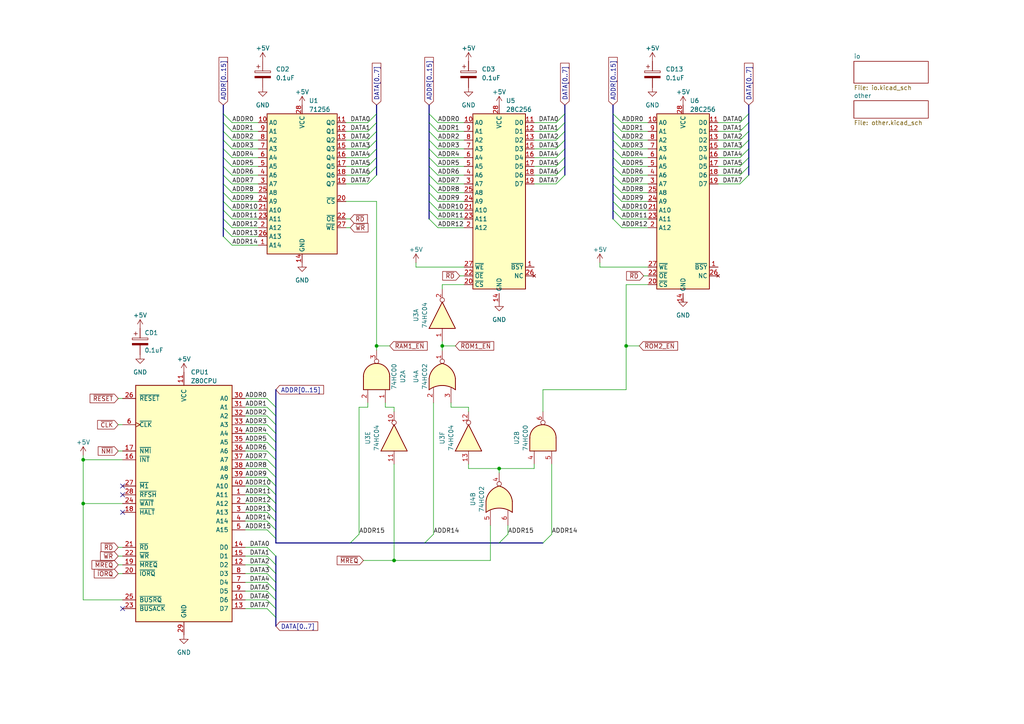
<source format=kicad_sch>
(kicad_sch (version 20230121) (generator eeschema)
  (paper "A4")
  (lib_symbols
    (symbol "74xx:74HC00" (pin_names (offset 1.016))
      (property "Reference" "U" (at 0 1.27 0))
      (property "Value" "74HC00" (at 0 -1.27 0))
      (symbol "74HC00_1_1"
        (pin input line (at -7.62 2.54 0) (length 3.81) (name "~") (number "1"))
        (pin input line (at -7.62 -2.54 0) (length 3.81) (name "~") (number "2"))
        (pin output inverted (at 7.62 0 180) (length 3.81) (name "~") (number "3"))
      )
      (symbol "74HC00_1_2"
        (pin input inverted (at -7.62 2.54 0) (length 4.318) (name "~") (number "1"))
        (pin input inverted (at -7.62 -2.54 0) (length 4.318) (name "~") (number "2"))
        (pin output line (at 7.62 0 180) (length 3.81) (name "~") (number "3"))
      )
      (symbol "74HC00_2_1"
        (pin input line (at -7.62 2.54 0) (length 3.81) (name "~") (number "4"))
        (pin input line (at -7.62 -2.54 0) (length 3.81) (name "~") (number "5"))
        (pin output inverted (at 7.62 0 180) (length 3.81) (name "~") (number "6"))
      )
      (symbol "74HC00_2_2"
        (pin input inverted (at -7.62 2.54 0) (length 4.318) (name "~") (number "4"))
        (pin input inverted (at -7.62 -2.54 0) (length 4.318) (name "~") (number "5"))
        (pin output line (at 7.62 0 180) (length 3.81) (name "~") (number "6"))
      )
      (symbol "74HC00_3_1"
        (pin input line (at -7.62 -2.54 0) (length 3.81) (name "~") (number "10"))
        (pin output inverted (at 7.62 0 180) (length 3.81) (name "~") (number "8"))
        (pin input line (at -7.62 2.54 0) (length 3.81) (name "~") (number "9"))
      )
      (symbol "74HC00_3_2"
        (pin input inverted (at -7.62 -2.54 0) (length 4.318) (name "~") (number "10"))
        (pin output line (at 7.62 0 180) (length 3.81) (name "~") (number "8"))
        (pin input inverted (at -7.62 2.54 0) (length 4.318) (name "~") (number "9"))
      )
      (symbol "74HC00_4_1"
        (pin output inverted (at 7.62 0 180) (length 3.81) (name "~") (number "11"))
        (pin input line (at -7.62 2.54 0) (length 3.81) (name "~") (number "12"))
        (pin input line (at -7.62 -2.54 0) (length 3.81) (name "~") (number "13"))
      )
      (symbol "74HC00_4_2"
        (pin output line (at 7.62 0 180) (length 3.81) (name "~") (number "11"))
        (pin input inverted (at -7.62 2.54 0) (length 4.318) (name "~") (number "12"))
        (pin input inverted (at -7.62 -2.54 0) (length 4.318) (name "~") (number "13"))
      )
      (symbol "74HC00_5_0"
        (pin power_in line (at 0 12.7 270) (length 5.08) (name "VCC") (number "14"))
        (pin power_in line (at 0 -12.7 90) (length 5.08) (name "GND") (number "7"))
      )
    )
    (symbol "74xx:74HC02" (pin_names (offset 1.016))
      (property "Reference" "U" (at 0 1.27 0))
      (property "Value" "74HC02" (at 0 -1.27 0))
      (symbol "74HC02_1_1"
        (pin output inverted (at 7.62 0 180) (length 3.81) (name "~") (number "1"))
        (pin input line (at -7.62 2.54 0) (length 4.318) (name "~") (number "2"))
        (pin input line (at -7.62 -2.54 0) (length 4.318) (name "~") (number "3"))
      )
      (symbol "74HC02_1_2"
        (pin output line (at 7.62 0 180) (length 3.81) (name "~") (number "1"))
        (pin input inverted (at -7.62 2.54 0) (length 3.81) (name "~") (number "2"))
        (pin input inverted (at -7.62 -2.54 0) (length 3.81) (name "~") (number "3"))
      )
      (symbol "74HC02_2_1"
        (pin output inverted (at 7.62 0 180) (length 3.81) (name "~") (number "4"))
        (pin input line (at -7.62 2.54 0) (length 4.318) (name "~") (number "5"))
        (pin input line (at -7.62 -2.54 0) (length 4.318) (name "~") (number "6"))
      )
      (symbol "74HC02_2_2"
        (pin output line (at 7.62 0 180) (length 3.81) (name "~") (number "4"))
        (pin input inverted (at -7.62 2.54 0) (length 3.81) (name "~") (number "5"))
        (pin input inverted (at -7.62 -2.54 0) (length 3.81) (name "~") (number "6"))
      )
      (symbol "74HC02_3_1"
        (pin output inverted (at 7.62 0 180) (length 3.81) (name "~") (number "10"))
        (pin input line (at -7.62 2.54 0) (length 4.318) (name "~") (number "8"))
        (pin input line (at -7.62 -2.54 0) (length 4.318) (name "~") (number "9"))
      )
      (symbol "74HC02_3_2"
        (pin output line (at 7.62 0 180) (length 3.81) (name "~") (number "10"))
        (pin input inverted (at -7.62 2.54 0) (length 3.81) (name "~") (number "8"))
        (pin input inverted (at -7.62 -2.54 0) (length 3.81) (name "~") (number "9"))
      )
      (symbol "74HC02_4_1"
        (pin input line (at -7.62 2.54 0) (length 4.318) (name "~") (number "11"))
        (pin input line (at -7.62 -2.54 0) (length 4.318) (name "~") (number "12"))
        (pin output inverted (at 7.62 0 180) (length 3.81) (name "~") (number "13"))
      )
      (symbol "74HC02_4_2"
        (pin input inverted (at -7.62 2.54 0) (length 3.81) (name "~") (number "11"))
        (pin input inverted (at -7.62 -2.54 0) (length 3.81) (name "~") (number "12"))
        (pin output line (at 7.62 0 180) (length 3.81) (name "~") (number "13"))
      )
      (symbol "74HC02_5_0"
        (pin power_in line (at 0 12.7 270) (length 5.08) (name "VCC") (number "14"))
        (pin power_in line (at 0 -12.7 90) (length 5.08) (name "GND") (number "7"))
      )
    )
    (symbol "74xx:74HC04"
      (property "Reference" "U" (at 0 1.27 0))
      (property "Value" "74HC04" (at 0 -1.27 0))
      (symbol "74HC04_1_0"
        (pin input line (at -7.62 0 0) (length 3.81) (name "~") (number "1"))
        (pin output inverted (at 7.62 0 180) (length 3.81) (name "~") (number "2"))
      )
      (symbol "74HC04_2_0"
        (pin input line (at -7.62 0 0) (length 3.81) (name "~") (number "3"))
        (pin output inverted (at 7.62 0 180) (length 3.81) (name "~") (number "4"))
      )
      (symbol "74HC04_3_0"
        (pin input line (at -7.62 0 0) (length 3.81) (name "~") (number "5"))
        (pin output inverted (at 7.62 0 180) (length 3.81) (name "~") (number "6"))
      )
      (symbol "74HC04_4_0"
        (pin output inverted (at 7.62 0 180) (length 3.81) (name "~") (number "8"))
        (pin input line (at -7.62 0 0) (length 3.81) (name "~") (number "9"))
      )
      (symbol "74HC04_5_0"
        (pin output inverted (at 7.62 0 180) (length 3.81) (name "~") (number "10"))
        (pin input line (at -7.62 0 0) (length 3.81) (name "~") (number "11"))
      )
      (symbol "74HC04_6_0"
        (pin output inverted (at 7.62 0 180) (length 3.81) (name "~") (number "12"))
        (pin input line (at -7.62 0 0) (length 3.81) (name "~") (number "13"))
      )
      (symbol "74HC04_7_0"
        (pin power_in line (at 0 12.7 270) (length 5.08) (name "VCC") (number "14"))
        (pin power_in line (at 0 -12.7 90) (length 5.08) (name "GND") (number "7"))
      )
    )
    (symbol "CPU:Z80CPU" (pin_names (offset 1.016))
      (property "Reference" "U" (at -13.97 35.56 0))
      (property "Value" "Z80CPU" (at 6.35 35.56 0))
      (symbol "Z80CPU_1_1"
        (pin output line (at 17.78 2.54 180) (length 3.81) (name "A11") (number "1"))
        (pin bidirectional line (at 17.78 -27.94 180) (length 3.81) (name "D6") (number "10"))
        (pin power_in line (at 0 38.1 270) (length 3.81) (name "VCC") (number "11"))
        (pin bidirectional line (at 17.78 -17.78 180) (length 3.81) (name "D2") (number "12"))
        (pin bidirectional line (at 17.78 -30.48 180) (length 3.81) (name "D7") (number "13"))
        (pin bidirectional line (at 17.78 -12.7 180) (length 3.81) (name "D0") (number "14"))
        (pin bidirectional line (at 17.78 -15.24 180) (length 3.81) (name "D1") (number "15"))
        (pin input line (at -17.78 12.7 0) (length 3.81) (name "~{INT}") (number "16"))
        (pin input line (at -17.78 15.24 0) (length 3.81) (name "~{NMI}") (number "17"))
        (pin output line (at -17.78 -2.54 0) (length 3.81) (name "~{HALT}") (number "18"))
        (pin output line (at -17.78 -17.78 0) (length 3.81) (name "~{MREQ}") (number "19"))
        (pin output line (at 17.78 0 180) (length 3.81) (name "A12") (number "2"))
        (pin output line (at -17.78 -20.32 0) (length 3.81) (name "~{IORQ}") (number "20"))
        (pin output line (at -17.78 -12.7 0) (length 3.81) (name "~{RD}") (number "21"))
        (pin output line (at -17.78 -15.24 0) (length 3.81) (name "~{WR}") (number "22"))
        (pin output line (at -17.78 -30.48 0) (length 3.81) (name "~{BUSACK}") (number "23"))
        (pin input line (at -17.78 0 0) (length 3.81) (name "~{WAIT}") (number "24"))
        (pin input line (at -17.78 -27.94 0) (length 3.81) (name "~{BUSRQ}") (number "25"))
        (pin input line (at -17.78 30.48 0) (length 3.81) (name "~{RESET}") (number "26"))
        (pin output line (at -17.78 5.08 0) (length 3.81) (name "~{M1}") (number "27"))
        (pin output line (at -17.78 2.54 0) (length 3.81) (name "~{RFSH}") (number "28"))
        (pin power_in line (at 0 -38.1 90) (length 3.81) (name "GND") (number "29"))
        (pin output line (at 17.78 -2.54 180) (length 3.81) (name "A13") (number "3"))
        (pin output line (at 17.78 30.48 180) (length 3.81) (name "A0") (number "30"))
        (pin output line (at 17.78 27.94 180) (length 3.81) (name "A1") (number "31"))
        (pin output line (at 17.78 25.4 180) (length 3.81) (name "A2") (number "32"))
        (pin output line (at 17.78 22.86 180) (length 3.81) (name "A3") (number "33"))
        (pin output line (at 17.78 20.32 180) (length 3.81) (name "A4") (number "34"))
        (pin output line (at 17.78 17.78 180) (length 3.81) (name "A5") (number "35"))
        (pin output line (at 17.78 15.24 180) (length 3.81) (name "A6") (number "36"))
        (pin output line (at 17.78 12.7 180) (length 3.81) (name "A7") (number "37"))
        (pin output line (at 17.78 10.16 180) (length 3.81) (name "A8") (number "38"))
        (pin output line (at 17.78 7.62 180) (length 3.81) (name "A9") (number "39"))
        (pin output line (at 17.78 -5.08 180) (length 3.81) (name "A14") (number "4"))
        (pin output line (at 17.78 5.08 180) (length 3.81) (name "A10") (number "40"))
        (pin output line (at 17.78 -7.62 180) (length 3.81) (name "A15") (number "5"))
        (pin input clock (at -17.78 22.86 0) (length 3.81) (name "~{CLK}") (number "6"))
        (pin bidirectional line (at 17.78 -22.86 180) (length 3.81) (name "D4") (number "7"))
        (pin bidirectional line (at 17.78 -20.32 180) (length 3.81) (name "D3") (number "8"))
        (pin bidirectional line (at 17.78 -25.4 180) (length 3.81) (name "D5") (number "9"))
      )
    )
    (symbol "power:+5V" (power) (pin_names (offset 0))
      (property "Value" "+5V" (at 0 3.556 0))
      (symbol "+5V_1_1"
        (pin power_in line (at 0 0 90) (length 0) hide (name "+5V") (number "1"))
      )
    )
    (symbol "power:GND" (power) (pin_names (offset 0))
      (property "Value" "GND" (at 0 -3.81 0))
      (symbol "GND_1_1"
        (pin power_in line (at 0 0 270) (length 0) hide (name "GND") (number "1"))
      )
    )
    (symbol "z80mgc:28C65"
      (property "Reference" "U" (at -7.62 26.67 0))
      (property "Value" "28C65" (at 2.54 -27.94 0))
      (symbol "28C65_1_1"
        (pin output line (at 10.16 -19.05 180) (length 2.54) (name "~{BSY}") (number "1"))
        (pin input line (at -10.16 22.86 0) (length 2.54) (name "A0") (number "10"))
        (pin tri_state line (at 10.16 22.86 180) (length 2.54) (name "D0") (number "11"))
        (pin tri_state line (at 10.16 20.32 180) (length 2.54) (name "D1") (number "12"))
        (pin tri_state line (at 10.16 17.78 180) (length 2.54) (name "D2") (number "13"))
        (pin power_in line (at 0 -29.21 90) (length 2.54) (name "GND") (number "14"))
        (pin tri_state line (at 10.16 15.24 180) (length 2.54) (name "D3") (number "15"))
        (pin tri_state line (at 10.16 12.7 180) (length 2.54) (name "D4") (number "16"))
        (pin tri_state line (at 10.16 10.16 180) (length 2.54) (name "D5") (number "17"))
        (pin tri_state line (at 10.16 7.62 180) (length 2.54) (name "D6") (number "18"))
        (pin tri_state line (at 10.16 5.08 180) (length 2.54) (name "D7") (number "19"))
        (pin input line (at -10.16 -7.62 0) (length 2.54) (name "A12") (number "2"))
        (pin input line (at -10.16 -24.13 0) (length 2.54) (name "~{CS}") (number "20"))
        (pin input line (at -10.16 -2.54 0) (length 2.54) (name "A10") (number "21"))
        (pin input line (at -10.16 -21.59 0) (length 2.54) (name "~{OE}") (number "22"))
        (pin input line (at -10.16 -5.08 0) (length 2.54) (name "A11") (number "23"))
        (pin input line (at -10.16 0 0) (length 2.54) (name "A9") (number "24"))
        (pin input line (at -10.16 2.54 0) (length 2.54) (name "A8") (number "25"))
        (pin no_connect line (at 10.16 -21.59 180) (length 2.54) (name "NC") (number "26"))
        (pin input line (at -10.16 -19.05 0) (length 2.54) (name "~{WE}") (number "27"))
        (pin power_in line (at 0 27.94 270) (length 2.54) (name "VCC") (number "28"))
        (pin input line (at -10.16 5.08 0) (length 2.54) (name "A7") (number "3"))
        (pin input line (at -10.16 7.62 0) (length 2.54) (name "A6") (number "4"))
        (pin input line (at -10.16 10.16 0) (length 2.54) (name "A5") (number "5"))
        (pin input line (at -10.16 12.7 0) (length 2.54) (name "A4") (number "6"))
        (pin input line (at -10.16 15.24 0) (length 2.54) (name "A3") (number "7"))
        (pin input line (at -10.16 17.78 0) (length 2.54) (name "A2") (number "8"))
        (pin input line (at -10.16 20.32 0) (length 2.54) (name "A1") (number "9"))
      )
    )
    (symbol "z80mgc:71256"
      (property "Reference" "U" (at -10.16 20.955 0))
      (property "Value" "71256" (at 2.54 20.955 0))
      (symbol "71256_0_0"
        (pin power_in line (at 0 -22.86 90) (length 2.54) (name "GND") (number "14"))
        (pin power_in line (at 0 22.86 270) (length 2.54) (name "VCC") (number "28"))
      )
      (symbol "71256_1_1"
        (pin input line (at -12.7 -17.78 0) (length 2.54) (name "A14") (number "1"))
        (pin input line (at -12.7 17.78 0) (length 2.54) (name "A0") (number "10"))
        (pin tri_state line (at 12.7 17.78 180) (length 2.54) (name "Q0") (number "11"))
        (pin tri_state line (at 12.7 15.24 180) (length 2.54) (name "Q1") (number "12"))
        (pin tri_state line (at 12.7 12.7 180) (length 2.54) (name "Q2") (number "13"))
        (pin tri_state line (at 12.7 10.16 180) (length 2.54) (name "Q3") (number "15"))
        (pin tri_state line (at 12.7 7.62 180) (length 2.54) (name "Q4") (number "16"))
        (pin tri_state line (at 12.7 5.08 180) (length 2.54) (name "Q5") (number "17"))
        (pin tri_state line (at 12.7 2.54 180) (length 2.54) (name "Q6") (number "18"))
        (pin tri_state line (at 12.7 0 180) (length 2.54) (name "Q7") (number "19"))
        (pin input line (at -12.7 -12.7 0) (length 2.54) (name "A12") (number "2"))
        (pin input line (at 12.7 -5.08 180) (length 2.54) (name "~{CS}") (number "20"))
        (pin input line (at -12.7 -7.62 0) (length 2.54) (name "A10") (number "21"))
        (pin input line (at 12.7 -10.16 180) (length 2.54) (name "~{OE}") (number "22"))
        (pin input line (at -12.7 -10.16 0) (length 2.54) (name "A11") (number "23"))
        (pin input line (at -12.7 -5.08 0) (length 2.54) (name "A9") (number "24"))
        (pin input line (at -12.7 -2.54 0) (length 2.54) (name "A8") (number "25"))
        (pin input line (at -12.7 -15.24 0) (length 2.54) (name "A13") (number "26"))
        (pin input line (at 12.7 -12.7 180) (length 2.54) (name "~{WE}") (number "27"))
        (pin input line (at -12.7 0 0) (length 2.54) (name "A7") (number "3"))
        (pin input line (at -12.7 2.54 0) (length 2.54) (name "A6") (number "4"))
        (pin input line (at -12.7 5.08 0) (length 2.54) (name "A5") (number "5"))
        (pin input line (at -12.7 7.62 0) (length 2.54) (name "A4") (number "6"))
        (pin input line (at -12.7 10.16 0) (length 2.54) (name "A3") (number "7"))
        (pin input line (at -12.7 12.7 0) (length 2.54) (name "A2") (number "8"))
        (pin input line (at -12.7 15.24 0) (length 2.54) (name "A1") (number "9"))
      )
    )
    (symbol "z80mgc:Dec_Cap" (pin_numbers hide) (pin_names (offset 0.254))
      (property "Reference" "C" (at 0.635 2.54 0))
      (property "Value" "Dec_Cap" (at 0.635 -2.54 0))
      (symbol "Dec_Cap_1_1"
        (pin passive line (at 0 3.81 270) (length 2.794) (name "~") (number "1"))
        (pin passive line (at 0 -3.81 90) (length 2.794) (name "~") (number "2"))
      )
    )
  )
  (junction (at 24.13 133.35))
  (junction (at 109.22 100.33))
  (junction (at 181.61 100.33))
  (junction (at 128.27 100.33))
  (junction (at 114.3 162.56))
  (junction (at 144.78 135.89))
  (junction (at 24.13 146.05))
  (no_connect (at 35.56 140.97))
  (no_connect (at 35.56 148.59))
  (no_connect (at 35.56 143.51))
  (no_connect (at 35.56 176.53))
  (bus_entry (at 177.8 35.56) (size 2.54 2.54))
  (bus_entry (at 124.46 40.64) (size 2.54 2.54))
  (bus_entry (at 64.77 53.34) (size 2.54 2.54))
  (bus_entry (at 124.46 60.96) (size 2.54 2.54))
  (bus_entry (at 124.46 58.42) (size 2.54 2.54))
  (bus_entry (at 161.29 40.64) (size 2.54 -2.54))
  (bus_entry (at 161.29 43.18) (size 2.54 -2.54))
  (bus_entry (at 124.46 45.72) (size 2.54 2.54))
  (bus_entry (at 80.01 125.73) (size -2.54 -2.54))
  (bus_entry (at 161.29 53.34) (size 2.54 -2.54))
  (bus_entry (at 80.01 168.91) (size -2.54 -2.54))
  (bus_entry (at 177.8 53.34) (size 2.54 2.54))
  (bus_entry (at 80.01 138.43) (size -2.54 -2.54))
  (bus_entry (at 80.01 156.21) (size -2.54 -2.54))
  (bus_entry (at 80.01 140.97) (size -2.54 -2.54))
  (bus_entry (at 177.8 43.18) (size 2.54 2.54))
  (bus_entry (at 124.46 43.18) (size 2.54 2.54))
  (bus_entry (at 177.8 60.96) (size 2.54 2.54))
  (bus_entry (at 80.01 148.59) (size -2.54 -2.54))
  (bus_entry (at 80.01 128.27) (size -2.54 -2.54))
  (bus_entry (at 80.01 161.29) (size -2.54 -2.54))
  (bus_entry (at 64.77 68.58) (size 2.54 2.54))
  (bus_entry (at 80.01 153.67) (size -2.54 -2.54))
  (bus_entry (at 64.77 40.64) (size 2.54 2.54))
  (bus_entry (at 106.68 43.18) (size 2.54 -2.54))
  (bus_entry (at 64.77 38.1) (size 2.54 2.54))
  (bus_entry (at 161.29 48.26) (size 2.54 -2.54))
  (bus_entry (at 106.68 48.26) (size 2.54 -2.54))
  (bus_entry (at 124.46 48.26) (size 2.54 2.54))
  (bus_entry (at 106.68 50.8) (size 2.54 -2.54))
  (bus_entry (at 80.01 173.99) (size -2.54 -2.54))
  (bus_entry (at 124.46 53.34) (size 2.54 2.54))
  (bus_entry (at 161.29 50.8) (size 2.54 -2.54))
  (bus_entry (at 64.77 58.42) (size 2.54 2.54))
  (bus_entry (at 80.01 120.65) (size -2.54 -2.54))
  (bus_entry (at 124.46 63.5) (size 2.54 2.54))
  (bus_entry (at 64.77 63.5) (size 2.54 2.54))
  (bus_entry (at 177.8 48.26) (size 2.54 2.54))
  (bus_entry (at 80.01 135.89) (size -2.54 -2.54))
  (bus_entry (at 214.63 35.56) (size 2.54 -2.54))
  (bus_entry (at 64.77 66.04) (size 2.54 2.54))
  (bus_entry (at 123.19 157.48) (size 2.54 -2.54))
  (bus_entry (at 144.78 157.48) (size 2.54 -2.54))
  (bus_entry (at 161.29 38.1) (size 2.54 -2.54))
  (bus_entry (at 80.01 171.45) (size -2.54 -2.54))
  (bus_entry (at 177.8 55.88) (size 2.54 2.54))
  (bus_entry (at 64.77 60.96) (size 2.54 2.54))
  (bus_entry (at 80.01 166.37) (size -2.54 -2.54))
  (bus_entry (at 124.46 35.56) (size 2.54 2.54))
  (bus_entry (at 177.8 63.5) (size 2.54 2.54))
  (bus_entry (at 80.01 130.81) (size -2.54 -2.54))
  (bus_entry (at 106.68 35.56) (size 2.54 -2.54))
  (bus_entry (at 177.8 33.02) (size 2.54 2.54))
  (bus_entry (at 177.8 50.8) (size 2.54 2.54))
  (bus_entry (at 64.77 48.26) (size 2.54 2.54))
  (bus_entry (at 101.6 157.48) (size 2.54 -2.54))
  (bus_entry (at 106.68 53.34) (size 2.54 -2.54))
  (bus_entry (at 80.01 123.19) (size -2.54 -2.54))
  (bus_entry (at 80.01 146.05) (size -2.54 -2.54))
  (bus_entry (at 64.77 43.18) (size 2.54 2.54))
  (bus_entry (at 177.8 40.64) (size 2.54 2.54))
  (bus_entry (at 124.46 50.8) (size 2.54 2.54))
  (bus_entry (at 214.63 45.72) (size 2.54 -2.54))
  (bus_entry (at 80.01 133.35) (size -2.54 -2.54))
  (bus_entry (at 177.8 45.72) (size 2.54 2.54))
  (bus_entry (at 80.01 151.13) (size -2.54 -2.54))
  (bus_entry (at 214.63 50.8) (size 2.54 -2.54))
  (bus_entry (at 64.77 55.88) (size 2.54 2.54))
  (bus_entry (at 177.8 38.1) (size 2.54 2.54))
  (bus_entry (at 214.63 40.64) (size 2.54 -2.54))
  (bus_entry (at 106.68 40.64) (size 2.54 -2.54))
  (bus_entry (at 161.29 35.56) (size 2.54 -2.54))
  (bus_entry (at 214.63 48.26) (size 2.54 -2.54))
  (bus_entry (at 64.77 33.02) (size 2.54 2.54))
  (bus_entry (at 157.48 157.48) (size 2.54 -2.54))
  (bus_entry (at 106.68 38.1) (size 2.54 -2.54))
  (bus_entry (at 124.46 38.1) (size 2.54 2.54))
  (bus_entry (at 80.01 163.83) (size -2.54 -2.54))
  (bus_entry (at 106.68 45.72) (size 2.54 -2.54))
  (bus_entry (at 64.77 50.8) (size 2.54 2.54))
  (bus_entry (at 80.01 176.53) (size -2.54 -2.54))
  (bus_entry (at 80.01 179.07) (size -2.54 -2.54))
  (bus_entry (at 214.63 43.18) (size 2.54 -2.54))
  (bus_entry (at 177.8 58.42) (size 2.54 2.54))
  (bus_entry (at 80.01 143.51) (size -2.54 -2.54))
  (bus_entry (at 161.29 45.72) (size 2.54 -2.54))
  (bus_entry (at 64.77 45.72) (size 2.54 2.54))
  (bus_entry (at 214.63 38.1) (size 2.54 -2.54))
  (bus_entry (at 64.77 35.56) (size 2.54 2.54))
  (bus_entry (at 80.01 118.11) (size -2.54 -2.54))
  (bus_entry (at 124.46 55.88) (size 2.54 2.54))
  (bus_entry (at 214.63 53.34) (size 2.54 -2.54))
  (bus_entry (at 124.46 33.02) (size 2.54 2.54))
  (bus (pts (xy 64.77 66.04) (xy 64.77 68.58)))
  (wire (pts (xy 128.27 82.55) (xy 128.27 83.82)))
  (bus (pts (xy 80.01 163.83) (xy 80.01 166.37)))
  (bus (pts (xy 80.01 171.45) (xy 80.01 173.99)))
  (wire (pts (xy 128.27 99.06) (xy 128.27 100.33)))
  (bus (pts (xy 80.01 151.13) (xy 80.01 153.67)))
  (bus (pts (xy 124.46 48.26) (xy 124.46 50.8)))
  (wire (pts (xy 134.62 77.47) (xy 120.65 77.47)))
  (wire (pts (xy 154.94 50.8) (xy 161.29 50.8)))
  (wire (pts (xy 34.29 163.83) (xy 35.56 163.83)))
  (wire (pts (xy 180.34 38.1) (xy 187.96 38.1)))
  (bus (pts (xy 163.83 33.02) (xy 163.83 35.56)))
  (wire (pts (xy 127 63.5) (xy 134.62 63.5)))
  (wire (pts (xy 180.34 45.72) (xy 187.96 45.72)))
  (wire (pts (xy 71.12 176.53) (xy 77.47 176.53)))
  (bus (pts (xy 124.46 33.02) (xy 124.46 35.56)))
  (wire (pts (xy 71.12 158.75) (xy 77.47 158.75)))
  (wire (pts (xy 180.34 35.56) (xy 187.96 35.56)))
  (wire (pts (xy 130.81 118.11) (xy 135.89 118.11)))
  (wire (pts (xy 34.29 115.57) (xy 35.56 115.57)))
  (wire (pts (xy 67.31 66.04) (xy 74.93 66.04)))
  (bus (pts (xy 64.77 63.5) (xy 64.77 66.04)))
  (bus (pts (xy 177.8 40.64) (xy 177.8 43.18)))
  (bus (pts (xy 124.46 55.88) (xy 124.46 58.42)))
  (bus (pts (xy 124.46 60.96) (xy 124.46 63.5)))
  (wire (pts (xy 100.33 35.56) (xy 106.68 35.56)))
  (wire (pts (xy 114.3 162.56) (xy 142.24 162.56)))
  (wire (pts (xy 71.12 146.05) (xy 77.47 146.05)))
  (bus (pts (xy 124.46 58.42) (xy 124.46 60.96)))
  (wire (pts (xy 34.29 130.81) (xy 35.56 130.81)))
  (wire (pts (xy 144.78 135.89) (xy 135.89 135.89)))
  (wire (pts (xy 100.33 40.64) (xy 106.68 40.64)))
  (wire (pts (xy 154.94 38.1) (xy 161.29 38.1)))
  (bus (pts (xy 80.01 130.81) (xy 80.01 133.35)))
  (wire (pts (xy 180.34 53.34) (xy 187.96 53.34)))
  (wire (pts (xy 133.35 80.01) (xy 134.62 80.01)))
  (wire (pts (xy 180.34 50.8) (xy 187.96 50.8)))
  (bus (pts (xy 80.01 140.97) (xy 80.01 143.51)))
  (bus (pts (xy 124.46 35.56) (xy 124.46 38.1)))
  (wire (pts (xy 127 55.88) (xy 134.62 55.88)))
  (wire (pts (xy 181.61 82.55) (xy 181.61 100.33)))
  (wire (pts (xy 24.13 173.99) (xy 24.13 146.05)))
  (bus (pts (xy 109.22 45.72) (xy 109.22 48.26)))
  (bus (pts (xy 80.01 156.21) (xy 80.01 157.48)))
  (bus (pts (xy 80.01 166.37) (xy 80.01 168.91)))
  (wire (pts (xy 67.31 50.8) (xy 74.93 50.8)))
  (wire (pts (xy 105.41 162.56) (xy 114.3 162.56)))
  (wire (pts (xy 127 60.96) (xy 134.62 60.96)))
  (bus (pts (xy 80.01 143.51) (xy 80.01 146.05)))
  (bus (pts (xy 109.22 43.18) (xy 109.22 45.72)))
  (wire (pts (xy 71.12 148.59) (xy 77.47 148.59)))
  (wire (pts (xy 135.89 134.62) (xy 135.89 135.89)))
  (wire (pts (xy 154.94 48.26) (xy 161.29 48.26)))
  (wire (pts (xy 71.12 135.89) (xy 77.47 135.89)))
  (wire (pts (xy 208.28 50.8) (xy 214.63 50.8)))
  (bus (pts (xy 177.8 38.1) (xy 177.8 40.64)))
  (wire (pts (xy 180.34 60.96) (xy 187.96 60.96)))
  (bus (pts (xy 80.01 176.53) (xy 80.01 179.07)))
  (bus (pts (xy 80.01 128.27) (xy 80.01 130.81)))
  (bus (pts (xy 177.8 55.88) (xy 177.8 58.42)))
  (wire (pts (xy 181.61 82.55) (xy 187.96 82.55)))
  (wire (pts (xy 100.33 63.5) (xy 101.6 63.5)))
  (bus (pts (xy 64.77 40.64) (xy 64.77 43.18)))
  (bus (pts (xy 109.22 30.48) (xy 109.22 33.02)))
  (bus (pts (xy 177.8 58.42) (xy 177.8 60.96)))
  (bus (pts (xy 80.01 148.59) (xy 80.01 151.13)))
  (wire (pts (xy 71.12 173.99) (xy 77.47 173.99)))
  (bus (pts (xy 64.77 50.8) (xy 64.77 53.34)))
  (wire (pts (xy 34.29 123.19) (xy 35.56 123.19)))
  (wire (pts (xy 127 50.8) (xy 134.62 50.8)))
  (bus (pts (xy 109.22 38.1) (xy 109.22 40.64)))
  (wire (pts (xy 128.27 100.33) (xy 132.08 100.33)))
  (bus (pts (xy 124.46 53.34) (xy 124.46 55.88)))
  (wire (pts (xy 128.27 100.33) (xy 128.27 101.6)))
  (wire (pts (xy 35.56 173.99) (xy 24.13 173.99)))
  (wire (pts (xy 67.31 60.96) (xy 74.93 60.96)))
  (wire (pts (xy 154.94 45.72) (xy 161.29 45.72)))
  (wire (pts (xy 208.28 40.64) (xy 214.63 40.64)))
  (wire (pts (xy 157.48 113.03) (xy 181.61 113.03)))
  (bus (pts (xy 64.77 55.88) (xy 64.77 58.42)))
  (wire (pts (xy 127 66.04) (xy 134.62 66.04)))
  (bus (pts (xy 101.6 157.48) (xy 123.19 157.48)))
  (wire (pts (xy 114.3 134.62) (xy 114.3 162.56)))
  (bus (pts (xy 80.01 157.48) (xy 101.6 157.48)))
  (bus (pts (xy 177.8 53.34) (xy 177.8 55.88)))
  (bus (pts (xy 80.01 138.43) (xy 80.01 140.97)))
  (wire (pts (xy 180.34 55.88) (xy 187.96 55.88)))
  (wire (pts (xy 35.56 146.05) (xy 24.13 146.05)))
  (wire (pts (xy 144.78 135.89) (xy 144.78 137.16)))
  (bus (pts (xy 217.17 33.02) (xy 217.17 35.56)))
  (wire (pts (xy 67.31 35.56) (xy 74.93 35.56)))
  (bus (pts (xy 64.77 48.26) (xy 64.77 50.8)))
  (bus (pts (xy 109.22 35.56) (xy 109.22 38.1)))
  (bus (pts (xy 64.77 35.56) (xy 64.77 38.1)))
  (wire (pts (xy 71.12 123.19) (xy 77.47 123.19)))
  (wire (pts (xy 100.33 43.18) (xy 106.68 43.18)))
  (bus (pts (xy 217.17 48.26) (xy 217.17 50.8)))
  (wire (pts (xy 154.94 35.56) (xy 161.29 35.56)))
  (bus (pts (xy 80.01 173.99) (xy 80.01 176.53)))
  (wire (pts (xy 127 58.42) (xy 134.62 58.42)))
  (wire (pts (xy 127 53.34) (xy 134.62 53.34)))
  (bus (pts (xy 177.8 30.48) (xy 177.8 33.02)))
  (wire (pts (xy 34.29 158.75) (xy 35.56 158.75)))
  (bus (pts (xy 124.46 45.72) (xy 124.46 48.26)))
  (wire (pts (xy 71.12 138.43) (xy 77.47 138.43)))
  (wire (pts (xy 154.94 135.89) (xy 144.78 135.89)))
  (bus (pts (xy 80.01 120.65) (xy 80.01 123.19)))
  (wire (pts (xy 100.33 38.1) (xy 106.68 38.1)))
  (bus (pts (xy 80.01 146.05) (xy 80.01 148.59)))
  (wire (pts (xy 71.12 171.45) (xy 77.47 171.45)))
  (wire (pts (xy 71.12 161.29) (xy 77.47 161.29)))
  (wire (pts (xy 135.89 118.11) (xy 135.89 119.38)))
  (wire (pts (xy 67.31 45.72) (xy 74.93 45.72)))
  (wire (pts (xy 71.12 151.13) (xy 77.47 151.13)))
  (bus (pts (xy 163.83 30.48) (xy 163.83 33.02)))
  (wire (pts (xy 71.12 125.73) (xy 77.47 125.73)))
  (wire (pts (xy 127 48.26) (xy 134.62 48.26)))
  (wire (pts (xy 127 45.72) (xy 134.62 45.72)))
  (wire (pts (xy 71.12 115.57) (xy 77.47 115.57)))
  (wire (pts (xy 67.31 38.1) (xy 74.93 38.1)))
  (wire (pts (xy 127 35.56) (xy 134.62 35.56)))
  (wire (pts (xy 180.34 66.04) (xy 187.96 66.04)))
  (wire (pts (xy 100.33 50.8) (xy 106.68 50.8)))
  (wire (pts (xy 34.29 161.29) (xy 35.56 161.29)))
  (bus (pts (xy 64.77 53.34) (xy 64.77 55.88)))
  (wire (pts (xy 71.12 128.27) (xy 77.47 128.27)))
  (wire (pts (xy 67.31 48.26) (xy 74.93 48.26)))
  (bus (pts (xy 64.77 58.42) (xy 64.77 60.96)))
  (bus (pts (xy 177.8 35.56) (xy 177.8 38.1)))
  (wire (pts (xy 208.28 38.1) (xy 214.63 38.1)))
  (wire (pts (xy 114.3 118.11) (xy 114.3 119.38)))
  (wire (pts (xy 208.28 35.56) (xy 214.63 35.56)))
  (bus (pts (xy 80.01 179.07) (xy 80.01 181.61)))
  (wire (pts (xy 208.28 43.18) (xy 214.63 43.18)))
  (wire (pts (xy 71.12 120.65) (xy 77.47 120.65)))
  (wire (pts (xy 71.12 140.97) (xy 77.47 140.97)))
  (wire (pts (xy 67.31 68.58) (xy 74.93 68.58)))
  (wire (pts (xy 180.34 58.42) (xy 187.96 58.42)))
  (wire (pts (xy 100.33 53.34) (xy 106.68 53.34)))
  (bus (pts (xy 64.77 45.72) (xy 64.77 48.26)))
  (wire (pts (xy 100.33 45.72) (xy 106.68 45.72)))
  (bus (pts (xy 217.17 40.64) (xy 217.17 43.18)))
  (bus (pts (xy 217.17 43.18) (xy 217.17 45.72)))
  (wire (pts (xy 134.62 82.55) (xy 128.27 82.55)))
  (wire (pts (xy 71.12 153.67) (xy 77.47 153.67)))
  (wire (pts (xy 181.61 100.33) (xy 185.42 100.33)))
  (wire (pts (xy 154.94 53.34) (xy 161.29 53.34)))
  (wire (pts (xy 186.69 80.01) (xy 187.96 80.01)))
  (bus (pts (xy 217.17 38.1) (xy 217.17 40.64)))
  (bus (pts (xy 217.17 30.48) (xy 217.17 33.02)))
  (wire (pts (xy 100.33 48.26) (xy 106.68 48.26)))
  (wire (pts (xy 173.99 76.2) (xy 173.99 77.47)))
  (wire (pts (xy 157.48 113.03) (xy 157.48 119.38)))
  (bus (pts (xy 64.77 33.02) (xy 64.77 35.56)))
  (wire (pts (xy 67.31 53.34) (xy 74.93 53.34)))
  (wire (pts (xy 154.94 43.18) (xy 161.29 43.18)))
  (wire (pts (xy 181.61 100.33) (xy 181.61 113.03)))
  (bus (pts (xy 80.01 118.11) (xy 80.01 120.65)))
  (wire (pts (xy 71.12 143.51) (xy 77.47 143.51)))
  (bus (pts (xy 177.8 50.8) (xy 177.8 53.34)))
  (wire (pts (xy 71.12 163.83) (xy 77.47 163.83)))
  (wire (pts (xy 109.22 58.42) (xy 109.22 100.33)))
  (bus (pts (xy 177.8 43.18) (xy 177.8 45.72)))
  (bus (pts (xy 124.46 50.8) (xy 124.46 53.34)))
  (bus (pts (xy 80.01 168.91) (xy 80.01 171.45)))
  (bus (pts (xy 163.83 40.64) (xy 163.83 43.18)))
  (wire (pts (xy 125.73 116.84) (xy 125.73 154.94)))
  (bus (pts (xy 64.77 38.1) (xy 64.77 40.64)))
  (wire (pts (xy 160.02 134.62) (xy 160.02 154.94)))
  (wire (pts (xy 71.12 130.81) (xy 77.47 130.81)))
  (wire (pts (xy 67.31 58.42) (xy 74.93 58.42)))
  (bus (pts (xy 163.83 35.56) (xy 163.83 38.1)))
  (wire (pts (xy 154.94 40.64) (xy 161.29 40.64)))
  (wire (pts (xy 180.34 48.26) (xy 187.96 48.26)))
  (wire (pts (xy 106.68 118.11) (xy 106.68 116.84)))
  (wire (pts (xy 67.31 40.64) (xy 74.93 40.64)))
  (bus (pts (xy 80.01 113.03) (xy 80.01 118.11)))
  (wire (pts (xy 208.28 48.26) (xy 214.63 48.26)))
  (bus (pts (xy 177.8 45.72) (xy 177.8 48.26)))
  (wire (pts (xy 120.65 77.47) (xy 120.65 76.2)))
  (bus (pts (xy 124.46 43.18) (xy 124.46 45.72)))
  (wire (pts (xy 180.34 63.5) (xy 187.96 63.5)))
  (bus (pts (xy 177.8 60.96) (xy 177.8 63.5)))
  (wire (pts (xy 127 38.1) (xy 134.62 38.1)))
  (bus (pts (xy 177.8 48.26) (xy 177.8 50.8)))
  (bus (pts (xy 163.83 43.18) (xy 163.83 45.72)))
  (bus (pts (xy 123.19 157.48) (xy 144.78 157.48)))
  (wire (pts (xy 114.3 118.11) (xy 111.76 118.11)))
  (bus (pts (xy 80.01 153.67) (xy 80.01 156.21)))
  (wire (pts (xy 67.31 63.5) (xy 74.93 63.5)))
  (wire (pts (xy 208.28 45.72) (xy 214.63 45.72)))
  (wire (pts (xy 142.24 162.56) (xy 142.24 152.4)))
  (wire (pts (xy 109.22 100.33) (xy 109.22 101.6)))
  (bus (pts (xy 217.17 35.56) (xy 217.17 38.1)))
  (wire (pts (xy 127 40.64) (xy 134.62 40.64)))
  (wire (pts (xy 35.56 133.35) (xy 24.13 133.35)))
  (bus (pts (xy 80.01 123.19) (xy 80.01 125.73)))
  (bus (pts (xy 80.01 135.89) (xy 80.01 138.43)))
  (wire (pts (xy 34.29 166.37) (xy 35.56 166.37)))
  (bus (pts (xy 80.01 125.73) (xy 80.01 128.27)))
  (wire (pts (xy 208.28 53.34) (xy 214.63 53.34)))
  (bus (pts (xy 109.22 48.26) (xy 109.22 50.8)))
  (bus (pts (xy 144.78 157.48) (xy 157.48 157.48)))
  (bus (pts (xy 64.77 43.18) (xy 64.77 45.72)))
  (wire (pts (xy 187.96 77.47) (xy 173.99 77.47)))
  (bus (pts (xy 80.01 161.29) (xy 80.01 163.83)))
  (wire (pts (xy 67.31 43.18) (xy 74.93 43.18)))
  (wire (pts (xy 127 43.18) (xy 134.62 43.18)))
  (wire (pts (xy 180.34 40.64) (xy 187.96 40.64)))
  (wire (pts (xy 71.12 118.11) (xy 77.47 118.11)))
  (bus (pts (xy 163.83 45.72) (xy 163.83 48.26)))
  (bus (pts (xy 177.8 33.02) (xy 177.8 35.56)))
  (wire (pts (xy 130.81 116.84) (xy 130.81 118.11)))
  (bus (pts (xy 124.46 38.1) (xy 124.46 40.64)))
  (bus (pts (xy 124.46 40.64) (xy 124.46 43.18)))
  (wire (pts (xy 71.12 166.37) (xy 77.47 166.37)))
  (wire (pts (xy 71.12 133.35) (xy 77.47 133.35)))
  (bus (pts (xy 163.83 48.26) (xy 163.83 50.8)))
  (bus (pts (xy 124.46 30.48) (xy 124.46 33.02)))
  (bus (pts (xy 217.17 45.72) (xy 217.17 48.26)))
  (wire (pts (xy 147.32 152.4) (xy 147.32 154.94)))
  (wire (pts (xy 100.33 66.04) (xy 101.6 66.04)))
  (wire (pts (xy 180.34 43.18) (xy 187.96 43.18)))
  (bus (pts (xy 80.01 133.35) (xy 80.01 135.89)))
  (wire (pts (xy 104.14 118.11) (xy 104.14 154.94)))
  (bus (pts (xy 64.77 60.96) (xy 64.77 63.5)))
  (wire (pts (xy 104.14 118.11) (xy 106.68 118.11)))
  (wire (pts (xy 109.22 58.42) (xy 100.33 58.42)))
  (wire (pts (xy 111.76 118.11) (xy 111.76 116.84)))
  (bus (pts (xy 109.22 40.64) (xy 109.22 43.18)))
  (bus (pts (xy 109.22 33.02) (xy 109.22 35.56)))
  (wire (pts (xy 67.31 71.12) (xy 74.93 71.12)))
  (bus (pts (xy 64.77 30.48) (xy 64.77 33.02)))
  (bus (pts (xy 163.83 38.1) (xy 163.83 40.64)))
  (wire (pts (xy 67.31 55.88) (xy 74.93 55.88)))
  (wire (pts (xy 154.94 134.62) (xy 154.94 135.89)))
  (wire (pts (xy 109.22 100.33) (xy 113.03 100.33)))
  (wire (pts (xy 71.12 168.91) (xy 77.47 168.91)))
  (wire (pts (xy 24.13 133.35) (xy 24.13 132.08)))
  (wire (pts (xy 24.13 146.05) (xy 24.13 133.35)))
  (label "ADDR0" (at 71.12 115.57 0))
  (label "ADDR5" (at 180.34 48.26 0))
  (label "DATA1" (at 72.39 161.29 0))
  (label "ADDR7" (at 180.34 53.34 0))
  (label "DATA6" (at 209.55 50.8 0))
  (label "ADDR2" (at 180.34 40.64 0))
  (label "DATA4" (at 72.39 168.91 0))
  (label "ADDR9" (at 67.31 58.42 0))
  (label "ADDR3" (at 127 43.18 0))
  (label "DATA2" (at 209.55 40.64 0))
  (label "ADDR12" (at 127 66.04 0))
  (label "ADDR7" (at 127 53.34 0))
  (label "ADDR6" (at 67.31 50.8 0))
  (label "ADDR10" (at 127 60.96 0))
  (label "DATA4" (at 156.21 45.72 0))
  (label "ADDR12" (at 71.12 146.05 0))
  (label "DATA1" (at 209.55 38.1 0))
  (label "ADDR4" (at 180.34 45.72 0))
  (label "ADDR5" (at 67.31 48.26 0))
  (label "ADDR10" (at 71.12 140.97 0))
  (label "DATA5" (at 209.55 48.26 0))
  (label "ADDR2" (at 127 40.64 0))
  (label "DATA3" (at 156.21 43.18 0))
  (label "ADDR11" (at 180.34 63.5 0))
  (label "ADDR2" (at 67.31 40.64 0))
  (label "ADDR10" (at 67.31 60.96 0))
  (label "ADDR8" (at 180.34 55.88 0))
  (label "ADDR3" (at 180.34 43.18 0))
  (label "ADDR6" (at 71.12 130.81 0))
  (label "ADDR5" (at 71.12 128.27 0))
  (label "ADDR1" (at 71.12 118.11 0))
  (label "DATA3" (at 72.39 166.37 0))
  (label "ADDR13" (at 67.31 68.58 0))
  (label "DATA6" (at 72.39 173.99 0))
  (label "ADDR13" (at 71.12 148.59 0))
  (label "ADDR4" (at 127 45.72 0))
  (label "ADDR8" (at 67.31 55.88 0))
  (label "ADDR15" (at 147.32 154.94 0))
  (label "ADDR12" (at 67.31 66.04 0))
  (label "ADDR14" (at 67.31 71.12 0))
  (label "ADDR14" (at 71.12 151.13 0))
  (label "ADDR3" (at 67.31 43.18 0))
  (label "ADDR15" (at 104.14 154.94 0))
  (label "ADDR12" (at 180.34 66.04 0))
  (label "ADDR9" (at 180.34 58.42 0))
  (label "ADDR15" (at 71.12 153.67 0))
  (label "ADDR1" (at 180.34 38.1 0))
  (label "DATA2" (at 72.39 163.83 0))
  (label "DATA2" (at 101.6 40.64 0))
  (label "ADDR7" (at 67.31 53.34 0))
  (label "DATA7" (at 72.39 176.53 0))
  (label "ADDR8" (at 71.12 135.89 0))
  (label "DATA1" (at 156.21 38.1 0))
  (label "ADDR1" (at 127 38.1 0))
  (label "ADDR9" (at 71.12 138.43 0))
  (label "ADDR11" (at 71.12 143.51 0))
  (label "ADDR4" (at 71.12 125.73 0))
  (label "DATA5" (at 156.21 48.26 0))
  (label "ADDR0" (at 127 35.56 0))
  (label "DATA1" (at 101.6 38.1 0))
  (label "ADDR8" (at 127 55.88 0))
  (label "DATA4" (at 101.6 45.72 0))
  (label "DATA2" (at 156.21 40.64 0))
  (label "DATA7" (at 209.55 53.34 0))
  (label "DATA0" (at 72.39 158.75 0))
  (label "ADDR6" (at 180.34 50.8 0))
  (label "ADDR3" (at 71.12 123.19 0))
  (label "DATA6" (at 156.21 50.8 0))
  (label "DATA3" (at 101.6 43.18 0))
  (label "DATA0" (at 156.21 35.56 0))
  (label "ADDR2" (at 71.12 120.65 0))
  (label "ADDR14" (at 125.73 154.94 0))
  (label "DATA0" (at 209.55 35.56 0))
  (label "ADDR11" (at 127 63.5 0))
  (label "DATA7" (at 101.6 53.34 0))
  (label "ADDR1" (at 67.31 38.1 0))
  (label "DATA7" (at 156.21 53.34 0))
  (label "ADDR10" (at 180.34 60.96 0))
  (label "ADDR6" (at 127 50.8 0))
  (label "ADDR7" (at 71.12 133.35 0))
  (label "DATA6" (at 101.6 50.8 0))
  (label "DATA5" (at 72.39 171.45 0))
  (label "ADDR11" (at 67.31 63.5 0))
  (label "ADDR9" (at 127 58.42 0))
  (label "ADDR4" (at 67.31 45.72 0))
  (label "ADDR14" (at 160.02 154.94 0))
  (label "ADDR0" (at 67.31 35.56 0))
  (label "DATA4" (at 209.55 45.72 0))
  (label "DATA3" (at 209.55 43.18 0))
  (label "ADDR5" (at 127 48.26 0))
  (label "DATA0" (at 101.6 35.56 0))
  (label "DATA5" (at 101.6 48.26 0))
  (label "ADDR0" (at 180.34 35.56 0))
  (global_label "~{WR}" (shape input) (at 101.6 66.04 0) (property "Intersheetrefs" "${INTERSHEET_REFS}" (effects hide)))
  (global_label "ADDR[0..15]" (shape input) (at 177.8 30.48 90) (property "Intersheetrefs" "${INTERSHEET_REFS}" (effects hide)))
  (global_label "ADDR[0..15]" (shape input) (at 124.46 30.48 90) (property "Intersheetrefs" "${INTERSHEET_REFS}" (effects hide)))
  (global_label "~{RAM1_EN}" (shape input) (at 113.03 100.33 0) (property "Intersheetrefs" "${INTERSHEET_REFS}" (effects hide)))
  (global_label "~{RD}" (shape input) (at 34.29 158.75 180) (property "Intersheetrefs" "${INTERSHEET_REFS}" (effects hide)))
  (global_label "~{RESET}" (shape input) (at 34.29 115.57 180) (property "Intersheetrefs" "${INTERSHEET_REFS}" (effects hide)))
  (global_label "ADDR[0..15]" (shape input) (at 80.01 113.03 0) (property "Intersheetrefs" "${INTERSHEET_REFS}" (effects hide)))
  (global_label "~{RD}" (shape input) (at 101.6 63.5 0) (property "Intersheetrefs" "${INTERSHEET_REFS}" (effects hide)))
  (global_label "DATA[0..7]" (shape input) (at 163.83 30.48 90) (property "Intersheetrefs" "${INTERSHEET_REFS}" (effects hide)))
  (global_label "~{ROM1_EN}" (shape input) (at 132.08 100.33 0) (property "Intersheetrefs" "${INTERSHEET_REFS}" (effects hide)))
  (global_label "~{NMI}" (shape input) (at 34.29 130.81 180) (property "Intersheetrefs" "${INTERSHEET_REFS}" (effects hide)))
  (global_label "~{MREQ}" (shape input) (at 105.41 162.56 180) (property "Intersheetrefs" "${INTERSHEET_REFS}" (effects hide)))
  (global_label "~{MREQ}" (shape input) (at 34.29 163.83 180) (property "Intersheetrefs" "${INTERSHEET_REFS}" (effects hide)))
  (global_label "~{RD}" (shape input) (at 186.69 80.01 180) (property "Intersheetrefs" "${INTERSHEET_REFS}" (effects hide)))
  (global_label "~{CLK}" (shape input) (at 34.29 123.19 180) (property "Intersheetrefs" "${INTERSHEET_REFS}" (effects hide)))
  (global_label "~{ROM2_EN}" (shape input) (at 185.42 100.33 0) (property "Intersheetrefs" "${INTERSHEET_REFS}" (effects hide)))
  (global_label "~{WR}" (shape input) (at 34.29 161.29 180) (property "Intersheetrefs" "${INTERSHEET_REFS}" (effects hide)))
  (global_label "ADDR[0..15]" (shape input) (at 64.77 30.48 90) (property "Intersheetrefs" "${INTERSHEET_REFS}" (effects hide)))
  (global_label "DATA[0..7]" (shape input) (at 217.17 30.48 90) (property "Intersheetrefs" "${INTERSHEET_REFS}" (effects hide)))
  (global_label "~{RD}" (shape input) (at 133.35 80.01 180) (property "Intersheetrefs" "${INTERSHEET_REFS}" (effects hide)))
  (global_label "DATA[0..7]" (shape input) (at 80.01 181.61 0) (property "Intersheetrefs" "${INTERSHEET_REFS}" (effects hide)))
  (global_label "DATA[0..7]" (shape input) (at 109.22 30.48 90) (property "Intersheetrefs" "${INTERSHEET_REFS}" (effects hide)))
  (global_label "~{IORQ}" (shape input) (at 34.29 166.37 180) (property "Intersheetrefs" "${INTERSHEET_REFS}" (effects hide)))
  (symbol (lib_id "power:GND") (at 76.2 25.4 0) (unit 1)
    (property "Reference" "#PWR07" (effects hide))
    (property "Value" "GND" (at 76.2 30.48 0))
  )
  (symbol (lib_id "power:+5V") (at 24.13 132.08 0) (unit 1)
    (property "Reference" "#PWR01" (effects hide))
    (property "Value" "+5V" (at 24.13 128.27 0))
  )
  (symbol (lib_id "power:GND") (at 135.89 25.4 0) (unit 1)
    (property "Reference" "#PWR012" (effects hide))
    (property "Value" "GND" (at 135.89 30.48 0))
  )
  (symbol (lib_id "power:+5V") (at 87.63 30.48 0) (unit 1)
    (property "Reference" "#PWR08" (effects hide))
    (property "Value" "+5V" (at 87.63 26.67 0))
  )
  (symbol (lib_id "z80mgc:28C65") (at 144.78 58.42 0) (unit 1)
    (property "Reference" "U5" (at 146.7359 29.21 0) (effects (justify left)))
    (property "Value" "28C256" (at 146.7359 31.75 0) (effects (justify left)))
    (property "Footprint" "Package_DIP:DIP-28_W15.24mm_LongPads" (effects hide))
    (property "Datasheet" "http://ww1.microchip.com/downloads/en/DeviceDoc/doc0006.pdf" (effects hide))
  )
  (symbol (lib_id "power:GND") (at 198.12 86.36 0) (unit 1)
    (property "Reference" "#PWR019" (effects hide))
    (property "Value" "GND" (at 198.12 91.44 0))
  )
  (symbol (lib_id "CPU:Z80CPU") (at 53.34 146.05 0) (unit 1)
    (property "Reference" "CPU1" (at 55.2959 107.95 0) (effects (justify left)))
    (property "Value" "Z80CPU" (at 55.2959 110.49 0) (effects (justify left)))
    (property "Footprint" "Package_DIP:DIP-40_W15.24mm_Socket_LongPads" (effects hide))
    (property "Datasheet" "www.zilog.com/manage_directlink.php?filepath=docs/z80/um0080" (effects hide))
  )
  (symbol (lib_id "power:+5V") (at 144.78 30.48 0) (unit 1)
    (property "Reference" "#PWR013" (effects hide))
    (property "Value" "+5V" (at 144.78 26.67 0))
  )
  (symbol (lib_id "power:+5V") (at 120.65 76.2 0) (unit 1)
    (property "Reference" "#PWR010" (effects hide))
    (property "Value" "+5V" (at 120.65 72.39 0))
  )
  (symbol (lib_id "74xx:74HC02") (at 144.78 144.78 90) (unit 2)
    (property "Reference" "U4" (at 137.16 144.78 0))
    (property "Value" "74HC02" (at 139.7 144.78 0))
    (property "Footprint" "Package_DIP:DIP-14_W7.62mm_Socket_LongPads" (effects hide))
    (property "Datasheet" "http://www.ti.com/lit/gpn/sn74hc02" (effects hide))
  )
  (symbol (lib_id "power:GND") (at 87.63 76.2 0) (unit 1)
    (property "Reference" "#PWR09" (effects hide))
    (property "Value" "GND" (at 87.63 81.28 0))
  )
  (symbol (lib_id "power:+5V") (at 135.89 17.78 0) (unit 1)
    (property "Reference" "#PWR011" (effects hide))
    (property "Value" "+5V" (at 135.89 13.97 0))
  )
  (symbol (lib_id "z80mgc:Dec_Cap") (at 40.64 99.06 0) (unit 1)
    (property "Reference" "CD1" (at 41.91 96.52 0) (effects (justify left)))
    (property "Value" "0.1uF" (at 41.91 101.6 0) (effects (justify left)))
    (property "Footprint" "Capacitor_THT:C_Disc_D3.0mm_W1.6mm_P2.50mm" (effects hide))
  )
  (symbol (lib_id "power:GND") (at 53.34 184.15 0) (unit 1)
    (property "Reference" "#PWR05" (effects hide))
    (property "Value" "GND" (at 53.34 189.23 0))
  )
  (symbol (lib_id "power:+5V") (at 53.34 107.95 0) (unit 1)
    (property "Reference" "#PWR04" (effects hide))
    (property "Value" "+5V" (at 53.34 104.14 0))
  )
  (symbol (lib_id "74xx:74HC04") (at 135.89 127 90) (unit 6)
    (property "Reference" "U3" (at 128.27 127 0))
    (property "Value" "74HC04" (at 130.81 127 0))
    (property "Footprint" "Package_DIP:DIP-14_W7.62mm_Socket_LongPads" (effects hide))
    (property "Datasheet" "https://assets.nexperia.com/documents/data-sheet/74HC_HCT04.pdf" (effects hide))
  )
  (symbol (lib_id "power:GND") (at 144.78 87.63 0) (unit 1)
    (property "Reference" "#PWR014" (effects hide))
    (property "Value" "GND" (at 144.78 92.71 0))
  )
  (symbol (lib_id "z80mgc:71256") (at 87.63 53.34 0) (unit 1)
    (property "Reference" "U1" (at 89.5859 29.21 0) (effects (justify left)))
    (property "Value" "71256" (at 89.5859 31.75 0) (effects (justify left)))
    (property "Footprint" "Package_DIP:DIP-28_W7.62mm_Socket_LongPads" (effects hide))
    (property "Datasheet" "https://www.futurlec.com/Datasheet/Memory/62256.pdf" (effects hide))
  )
  (symbol (lib_id "z80mgc:28C65") (at 198.12 58.42 0) (unit 1)
    (property "Reference" "U6" (at 200.0759 29.21 0) (effects (justify left)))
    (property "Value" "28C256" (at 200.0759 31.75 0) (effects (justify left)))
    (property "Footprint" "Package_DIP:DIP-28_W15.24mm_LongPads" (effects hide))
    (property "Datasheet" "http://ww1.microchip.com/downloads/en/DeviceDoc/doc0006.pdf" (effects hide))
  )
  (symbol (lib_id "74xx:74HC00") (at 157.48 127 90) (unit 2)
    (property "Reference" "U2" (at 149.86 127.0083 0))
    (property "Value" "74HC00" (at 152.4 127.0083 0))
    (property "Footprint" "Package_DIP:DIP-14_W7.62mm_Socket_LongPads" (effects hide))
    (property "Datasheet" "http://www.ti.com/lit/gpn/sn74hc00" (effects hide))
  )
  (symbol (lib_id "power:GND") (at 40.64 102.87 0) (unit 1)
    (property "Reference" "#PWR03" (effects hide))
    (property "Value" "GND" (at 40.64 107.95 0))
  )
  (symbol (lib_id "power:+5V") (at 76.2 17.78 0) (unit 1)
    (property "Reference" "#PWR06" (effects hide))
    (property "Value" "+5V" (at 76.2 13.97 0))
  )
  (symbol (lib_id "74xx:74HC00") (at 109.22 109.22 270) (mirror x) (unit 1)
    (property "Reference" "U2" (at 116.84 109.2283 0))
    (property "Value" "74HC00" (at 114.3 109.2283 0))
    (property "Footprint" "Package_DIP:DIP-14_W7.62mm_Socket_LongPads" (effects hide))
    (property "Datasheet" "http://www.ti.com/lit/gpn/sn74hc00" (effects hide))
  )
  (symbol (lib_id "74xx:74HC04") (at 114.3 127 90) (unit 5)
    (property "Reference" "U3" (at 106.68 127 0))
    (property "Value" "74HC04" (at 109.22 127 0))
    (property "Footprint" "Package_DIP:DIP-14_W7.62mm_Socket_LongPads" (effects hide))
    (property "Datasheet" "https://assets.nexperia.com/documents/data-sheet/74HC_HCT04.pdf" (effects hide))
  )
  (symbol (lib_id "power:+5V") (at 198.12 30.48 0) (unit 1)
    (property "Reference" "#PWR018" (effects hide))
    (property "Value" "+5V" (at 198.12 26.67 0))
  )
  (symbol (lib_id "z80mgc:Dec_Cap") (at 76.2 21.59 0) (unit 1)
    (property "Reference" "CD2" (at 80.01 20.066 0) (effects (justify left)))
    (property "Value" "0.1uF" (at 80.01 22.606 0) (effects (justify left)))
    (property "Footprint" "Capacitor_THT:C_Disc_D3.0mm_W1.6mm_P2.50mm" (effects hide))
  )
  (symbol (lib_id "power:+5V") (at 173.99 76.2 0) (unit 1)
    (property "Reference" "#PWR015" (effects hide))
    (property "Value" "+5V" (at 173.99 72.39 0))
  )
  (symbol (lib_id "power:+5V") (at 189.23 17.78 0) (unit 1)
    (property "Reference" "#PWR016" (effects hide))
    (property "Value" "+5V" (at 189.23 13.97 0))
  )
  (symbol (lib_id "z80mgc:Dec_Cap") (at 135.89 21.59 0) (unit 1)
    (property "Reference" "CD3" (at 139.7 20.066 0) (effects (justify left)))
    (property "Value" "0.1uF" (at 139.7 22.606 0) (effects (justify left)))
    (property "Footprint" "Capacitor_THT:C_Disc_D3.0mm_W1.6mm_P2.50mm" (effects hide))
  )
  (symbol (lib_id "74xx:74HC02") (at 128.27 109.22 90) (unit 1)
    (property "Reference" "U4" (at 120.65 109.22 0))
    (property "Value" "74HC02" (at 123.19 109.22 0))
    (property "Footprint" "Package_DIP:DIP-14_W7.62mm_Socket_LongPads" (effects hide))
    (property "Datasheet" "http://www.ti.com/lit/gpn/sn74hc02" (effects hide))
  )
  (symbol (lib_id "power:+5V") (at 40.64 95.25 0) (unit 1)
    (property "Reference" "#PWR02" (effects hide))
    (property "Value" "+5V" (at 40.64 91.44 0))
  )
  (symbol (lib_id "power:GND") (at 189.23 25.4 0) (unit 1)
    (property "Reference" "#PWR017" (effects hide))
    (property "Value" "GND" (at 189.23 30.48 0))
  )
  (symbol (lib_id "74xx:74HC04") (at 128.27 91.44 90) (unit 1)
    (property "Reference" "U3" (at 120.65 91.44 0))
    (property "Value" "74HC04" (at 123.19 91.44 0))
    (property "Footprint" "Package_DIP:DIP-14_W7.62mm_Socket_LongPads" (effects hide))
    (property "Datasheet" "https://assets.nexperia.com/documents/data-sheet/74HC_HCT04.pdf" (effects hide))
  )
  (symbol (lib_id "z80mgc:Dec_Cap") (at 189.23 21.59 0) (unit 1)
    (property "Reference" "CD13" (at 193.04 20.066 0) (effects (justify left)))
    (property "Value" "0.1uF" (at 193.04 22.606 0) (effects (justify left)))
    (property "Footprint" "Capacitor_THT:C_Disc_D3.0mm_W1.6mm_P2.50mm" (effects hide))
  )
  (sheet (at 247.65 29.21) (size 21.59 5.08) (stroke (width 0.1524))
    (property "Sheetname" "other" (at 247.65 28.4984 0) (effects (justify left bottom)))
    (property "Sheetfile" "other.kicad_sch" (at 247.65 34.8746 0) (effects (justify left top)))
  )
  (sheet (at 247.65 17.78) (size 21.59 6.35) (stroke (width 0.1524))
    (property "Sheetname" "io" (at 247.65 17.0684 0) (effects (justify left bottom)))
    (property "Sheetfile" "io.kicad_sch" (at 247.65 24.7146 0) (effects (justify left top)))
  )
)
</source>
